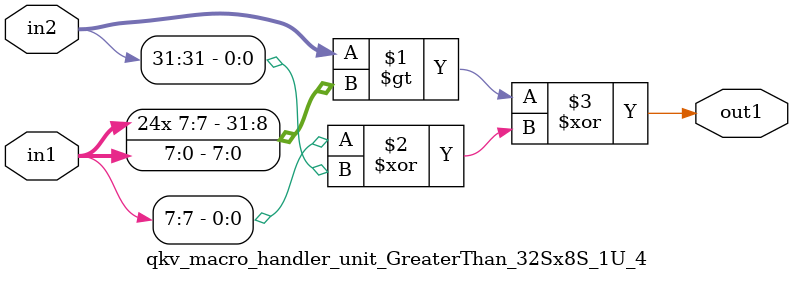
<source format=v>

`timescale 1ps / 1ps


module qkv_macro_handler_unit_GreaterThan_32Sx8S_1U_4( in2, in1, out1 );

    input [31:0] in2;
    input [7:0] in1;
    output out1;

    
    // rtl_process:qkv_macro_handler_unit_GreaterThan_32Sx8S_1U_4/qkv_macro_handler_unit_GreaterThan_32Sx8S_1U_4_thread_1
    assign out1 = (in2 > {{ 24 {in1[7]}}, in1} ^ (in1[7] ^ in2[31]));

endmodule





</source>
